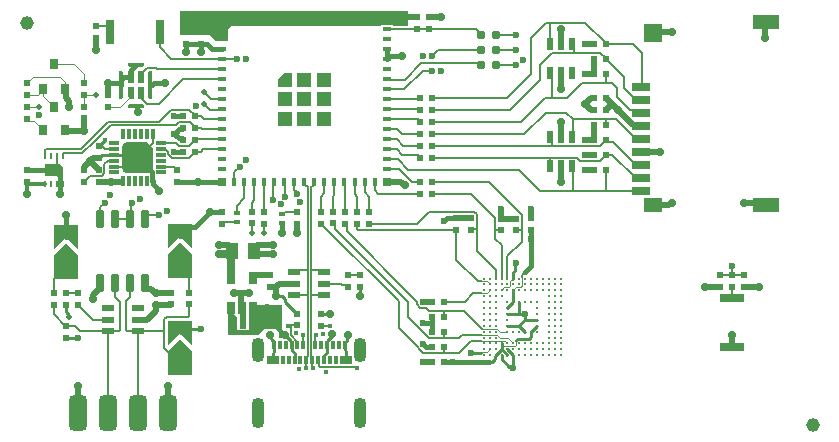
<source format=gtl>
G04*
G04 #@! TF.GenerationSoftware,Altium Limited,Altium Designer,22.9.1 (49)*
G04*
G04 Layer_Physical_Order=1*
G04 Layer_Color=255*
%FSLAX44Y44*%
%MOMM*%
G71*
G04*
G04 #@! TF.SameCoordinates,E336FFB1-1865-4BEF-82AD-0346AAED6B04*
G04*
G04*
G04 #@! TF.FilePolarity,Positive*
G04*
G01*
G75*
%ADD10C,0.2500*%
%ADD11C,0.2000*%
%ADD15C,0.2500*%
%ADD16R,2.2000X1.2000*%
%ADD17R,1.5000X1.6000*%
%ADD18R,1.5000X1.2000*%
%ADD19R,1.6000X0.7000*%
%ADD20R,1.0000X0.7000*%
%ADD21R,0.3000X0.7000*%
%ADD22R,1.0000X1.4000*%
%ADD23R,0.8000X2.0000*%
%ADD24R,2.0000X0.8000*%
%ADD25R,0.7000X0.9000*%
%ADD26R,1.1000X0.6000*%
%ADD27R,0.6000X1.1000*%
%ADD28R,1.2000X1.2000*%
%ADD29R,0.8000X0.4000*%
%ADD30R,0.8000X0.4000*%
%ADD31R,0.4000X0.8000*%
%ADD32R,0.8000X0.8000*%
G04:AMPARAMS|DCode=33|XSize=1.55mm|YSize=0.6mm|CornerRadius=0.075mm|HoleSize=0mm|Usage=FLASHONLY|Rotation=270.000|XOffset=0mm|YOffset=0mm|HoleType=Round|Shape=RoundedRectangle|*
%AMROUNDEDRECTD33*
21,1,1.5500,0.4500,0,0,270.0*
21,1,1.4000,0.6000,0,0,270.0*
1,1,0.1500,-0.2250,-0.7000*
1,1,0.1500,-0.2250,0.7000*
1,1,0.1500,0.2250,0.7000*
1,1,0.1500,0.2250,-0.7000*
%
%ADD33ROUNDEDRECTD33*%
%ADD34R,0.6000X0.4000*%
G04:AMPARAMS|DCode=35|XSize=0.35mm|YSize=0.85mm|CornerRadius=0.0438mm|HoleSize=0mm|Usage=FLASHONLY|Rotation=90.000|XOffset=0mm|YOffset=0mm|HoleType=Round|Shape=RoundedRectangle|*
%AMROUNDEDRECTD35*
21,1,0.3500,0.7625,0,0,90.0*
21,1,0.2625,0.8500,0,0,90.0*
1,1,0.0875,0.3813,0.1313*
1,1,0.0875,0.3813,-0.1313*
1,1,0.0875,-0.3813,-0.1313*
1,1,0.0875,-0.3813,0.1313*
%
%ADD35ROUNDEDRECTD35*%
G04:AMPARAMS|DCode=36|XSize=0.35mm|YSize=0.85mm|CornerRadius=0.0438mm|HoleSize=0mm|Usage=FLASHONLY|Rotation=0.000|XOffset=0mm|YOffset=0mm|HoleType=Round|Shape=RoundedRectangle|*
%AMROUNDEDRECTD36*
21,1,0.3500,0.7625,0,0,0.0*
21,1,0.2625,0.8500,0,0,0.0*
1,1,0.0875,0.1313,-0.3813*
1,1,0.0875,-0.1313,-0.3813*
1,1,0.0875,-0.1313,0.3813*
1,1,0.0875,0.1313,0.3813*
%
%ADD36ROUNDEDRECTD36*%
%ADD37R,0.6900X0.9900*%
%ADD38R,0.8000X0.9000*%
%ADD39R,0.2500X0.5500*%
%ADD40R,0.6000X0.5000*%
%ADD41R,0.5000X0.6000*%
%ADD42R,0.5000X0.5000*%
%ADD43R,0.5000X0.5000*%
G04:AMPARAMS|DCode=79|XSize=1.5mm|YSize=3mm|CornerRadius=0.375mm|HoleSize=0mm|Usage=FLASHONLY|Rotation=180.000|XOffset=0mm|YOffset=0mm|HoleType=Round|Shape=RoundedRectangle|*
%AMROUNDEDRECTD79*
21,1,1.5000,2.2500,0,0,180.0*
21,1,0.7500,3.0000,0,0,180.0*
1,1,0.7500,-0.3750,1.1250*
1,1,0.7500,0.3750,1.1250*
1,1,0.7500,0.3750,-1.1250*
1,1,0.7500,-0.3750,-1.1250*
%
%ADD79ROUNDEDRECTD79*%
%AMCUSTOMSHAPE80*
4,1,4,-0.2250,-0.4750,-0.2250,0.4750,0.2250,0.4750,0.2250,-0.4750,-0.2250,-0.4750,0.0*%
%ADD80CUSTOMSHAPE80*%

%AMCUSTOMSHAPE81*
4,1,6,-0.2250,-0.3260,-0.0830,-0.4750,0.2250,-0.4750,0.2250,0.4750,-0.2250,0.4750,-0.2250,0.4750,-0.2250,-0.3260,0.0*%
%ADD81CUSTOMSHAPE81*%

%AMCUSTOMSHAPE82*
4,1,8,0.0734,-1.1500,0.1738,-1.0496,0.1750,-1.0496,0.1750,1.0466,0.0733,1.1474,0.0733,1.1500,-0.1750,1.1500,-0.1750,-1.1500,0.0734,-1.1500,0.0*%
%ADD82CUSTOMSHAPE82*%

%AMCUSTOMSHAPE83*
4,1,7,0.6500,-0.0761,0.5489,-0.1772,0.5485,-0.1750,-0.5533,-0.1750,-0.6500,-0.0767,-0.6500,0.1750,0.6500,0.1750,0.6500,-0.0761,0.0*%
%ADD83CUSTOMSHAPE83*%

%AMCUSTOMSHAPE84*
4,1,8,-0.0734,-1.1500,-0.1738,-1.0496,-0.1750,-1.0496,-0.1750,1.0466,-0.0733,1.1474,-0.0733,1.1500,0.1750,1.1500,0.1750,-1.1500,-0.0734,-1.1500,0.0*%
%ADD84CUSTOMSHAPE84*%

%AMCUSTOMSHAPE85*
4,1,7,0.6500,0.0761,0.5489,0.1772,0.5485,0.1750,-0.5533,0.1750,-0.6500,0.0767,-0.6500,-0.1750,0.6500,-0.1750,0.6500,0.0761,0.0*%
%ADD85CUSTOMSHAPE85*%

%ADD86C,0.7870*%
%AMCUSTOMSHAPE87*
4,1,5,-1.0000,-1.0000,0.0000,0.0000,1.0000,-1.0000,1.0000,1.0000,-1.0000,1.0000,-1.0000,-1.0000,0.0*%
%ADD87CUSTOMSHAPE87*%

%AMCUSTOMSHAPE88*
4,1,6,-1.0000,1.0320,0.0000,2.0320,1.0000,1.0000,1.0000,-1.0000,-1.0000,-1.0000,-1.0000,-1.0000,-1.0000,1.0320,0.0*%
%ADD88CUSTOMSHAPE88*%

%AMCUSTOMSHAPE89*
4,1,5,-0.0010,0.6000,-0.6000,0.0010,-0.6000,-0.6000,0.6000,-0.6000,0.6000,0.6000,-0.0010,0.6000,0.0*%
%ADD89CUSTOMSHAPE89*%

%AMCUSTOMSHAPE90*
4,1,6,0.8000,0.2286,0.7874,0.2286,0.5080,0.5000,-0.8000,0.5000,-0.8000,-0.5000,0.8000,-0.5000,0.8000,0.2286,0.0*%
%ADD90CUSTOMSHAPE90*%

%ADD91C,0.1710*%
%ADD92C,0.3810*%
%ADD93C,0.2540*%
%ADD94C,0.5080*%
%ADD95C,0.1397*%
%ADD96C,0.1524*%
%ADD97C,0.1475*%
%ADD98C,0.0813*%
%ADD99C,0.4000*%
%ADD100C,0.2794*%
%ADD101C,0.1270*%
%ADD102C,0.3000*%
%ADD103C,0.6350*%
%ADD104C,0.0889*%
G04:AMPARAMS|DCode=105|XSize=1.1mm|YSize=2.1mm|CornerRadius=0.55mm|HoleSize=0mm|Usage=FLASHONLY|Rotation=0.000|XOffset=0mm|YOffset=0mm|HoleType=Round|Shape=RoundedRectangle|*
%AMROUNDEDRECTD105*
21,1,1.1000,1.0000,0,0,0.0*
21,1,0.0000,2.1000,0,0,0.0*
1,1,1.1000,0.0000,-0.5000*
1,1,1.1000,0.0000,-0.5000*
1,1,1.1000,0.0000,0.5000*
1,1,1.1000,0.0000,0.5000*
%
%ADD105ROUNDEDRECTD105*%
G04:AMPARAMS|DCode=106|XSize=1.1mm|YSize=2.6mm|CornerRadius=0.55mm|HoleSize=0mm|Usage=FLASHONLY|Rotation=0.000|XOffset=0mm|YOffset=0mm|HoleType=Round|Shape=RoundedRectangle|*
%AMROUNDEDRECTD106*
21,1,1.1000,1.5000,0,0,0.0*
21,1,0.0000,2.6000,0,0,0.0*
1,1,1.1000,0.0000,-0.7500*
1,1,1.1000,0.0000,-0.7500*
1,1,1.1000,0.0000,0.7500*
1,1,1.1000,0.0000,0.7500*
%
%ADD106ROUNDEDRECTD106*%
%ADD107C,1.1520*%
%ADD108C,0.5000*%
%ADD109C,0.4500*%
%ADD110C,0.7000*%
%ADD111C,0.6000*%
G36*
X236220Y101600D02*
X238760Y99060D01*
X241300D01*
Y94253D01*
X241187Y93980D01*
X233680D01*
Y99060D01*
X231140Y101600D01*
X220980D01*
X215900Y96520D01*
X190500D01*
Y121920D01*
X195580D01*
Y114300D01*
X198120Y111760D01*
Y99060D01*
X208280D01*
Y121920D01*
X236220D01*
Y101600D01*
D02*
G37*
G36*
X342900Y358140D02*
X330169D01*
Y358289D01*
X320391D01*
Y358140D01*
X193040D01*
X190500Y355600D01*
Y345440D01*
X180340D01*
X175260Y350520D01*
X149860D01*
Y370840D01*
X342900D01*
Y358140D01*
D02*
G37*
G36*
G01X121920Y259380D02*
G01X127300Y254000D01*
G01Y236630D01*
G02X124050Y233380I-3250J0D01*
G01X104550D01*
G02X101300Y236630I0J3250D01*
G01Y256130D01*
G02X104550Y259380I3250J0D01*
G01X121920D01*
D02*
G37*
D10*
X94550Y248880D02*
X111800D01*
X81280Y246460D02*
X83700Y248880D01*
X94550D01*
D11*
X45720Y238760D02*
Y247930D01*
X43180Y236220D02*
X45720Y238760D01*
X45680Y247970D02*
X45720Y247930D01*
D15*
X407280Y139060D02*
D03*
Y144060D02*
D03*
X412280Y139060D02*
D03*
Y144060D02*
D03*
X407280Y79060D02*
D03*
Y84060D02*
D03*
Y89060D02*
D03*
Y94060D02*
D03*
Y99060D02*
D03*
X412280Y79060D02*
D03*
Y84060D02*
D03*
Y89060D02*
D03*
Y94060D02*
D03*
Y99060D02*
D03*
Y104060D02*
D03*
X417280Y79060D02*
D03*
Y84060D02*
D03*
Y89060D02*
D03*
Y94060D02*
D03*
Y99060D02*
D03*
X422280Y79060D02*
D03*
Y84060D02*
D03*
Y89060D02*
D03*
X427280Y79060D02*
D03*
Y84060D02*
D03*
Y89060D02*
D03*
Y99060D02*
D03*
X432280Y79060D02*
D03*
Y84060D02*
D03*
Y89060D02*
D03*
Y99060D02*
D03*
X437280Y79060D02*
D03*
Y84060D02*
D03*
Y89060D02*
D03*
Y99060D02*
D03*
X442280D02*
D03*
X407280Y104060D02*
D03*
Y109060D02*
D03*
Y114060D02*
D03*
Y134060D02*
D03*
Y124060D02*
D03*
Y129060D02*
D03*
Y119060D02*
D03*
X412280Y129060D02*
D03*
Y109060D02*
D03*
Y119060D02*
D03*
Y134060D02*
D03*
Y114060D02*
D03*
X417280Y104060D02*
D03*
X427280D02*
D03*
X417280Y109060D02*
D03*
X427280D02*
D03*
X417280Y114060D02*
D03*
X427280D02*
D03*
X417280Y119060D02*
D03*
X427280D02*
D03*
X412280Y124060D02*
D03*
X417280D02*
D03*
X427280D02*
D03*
X432280D02*
D03*
X437280D02*
D03*
X417280Y134060D02*
D03*
Y129060D02*
D03*
X422280Y129060D02*
D03*
X432280Y134060D02*
D03*
X427280D02*
D03*
X442280D02*
D03*
X437280D02*
D03*
X422280D02*
D03*
X417280Y139060D02*
D03*
X422280D02*
D03*
X432280D02*
D03*
X427280D02*
D03*
X437280D02*
D03*
X417280Y144060D02*
D03*
X432280D02*
D03*
X427280D02*
D03*
X442280D02*
D03*
X422280D02*
D03*
X437280D02*
D03*
X442280Y84060D02*
D03*
Y89060D02*
D03*
Y79060D02*
D03*
X447280Y84060D02*
D03*
Y89060D02*
D03*
Y79060D02*
D03*
Y99060D02*
D03*
X452280Y84060D02*
D03*
Y89060D02*
D03*
Y79060D02*
D03*
Y99060D02*
D03*
Y104060D02*
D03*
X457280Y89060D02*
D03*
Y84060D02*
D03*
Y79060D02*
D03*
X462280Y84060D02*
D03*
Y94060D02*
D03*
Y89060D02*
D03*
Y79060D02*
D03*
Y99060D02*
D03*
Y104060D02*
D03*
X467280Y84060D02*
D03*
Y89060D02*
D03*
Y94060D02*
D03*
Y79060D02*
D03*
Y99060D02*
D03*
Y104060D02*
D03*
X472280Y84060D02*
D03*
Y79060D02*
D03*
Y89060D02*
D03*
Y94060D02*
D03*
Y99060D02*
D03*
X442280Y124060D02*
D03*
Y139060D02*
D03*
X447280Y124060D02*
D03*
Y134060D02*
D03*
Y139060D02*
D03*
Y144060D02*
D03*
X452280Y109060D02*
D03*
Y114060D02*
D03*
Y119060D02*
D03*
Y124060D02*
D03*
Y139060D02*
D03*
Y134060D02*
D03*
Y144060D02*
D03*
X457280Y139060D02*
D03*
Y134060D02*
D03*
Y144060D02*
D03*
X472280Y104060D02*
D03*
X462280Y109060D02*
D03*
X467280D02*
D03*
X472280D02*
D03*
X462280Y114060D02*
D03*
X467280D02*
D03*
X472280D02*
D03*
X462280Y119060D02*
D03*
X467280D02*
D03*
X472280D02*
D03*
X462280Y124060D02*
D03*
X467280D02*
D03*
X472280D02*
D03*
X462280Y129060D02*
D03*
X467280D02*
D03*
X472280D02*
D03*
X462280Y134060D02*
D03*
X467280D02*
D03*
X472280D02*
D03*
X462280Y139060D02*
D03*
X467280D02*
D03*
X472280D02*
D03*
X462280Y144060D02*
D03*
X467280D02*
D03*
X472280D02*
D03*
D16*
X646240Y361320D02*
D03*
Y206320D02*
D03*
D17*
X550240Y352320D02*
D03*
D18*
Y206320D02*
D03*
D19*
X540240Y229320D02*
D03*
Y240320D02*
D03*
Y251320D02*
D03*
Y262320D02*
D03*
Y273320D02*
D03*
Y284320D02*
D03*
Y295320D02*
D03*
Y306320D02*
D03*
Y218320D02*
D03*
D20*
X290480Y74840D02*
D03*
X228480D02*
D03*
D21*
X236980D02*
D03*
X241980D02*
D03*
X246980D02*
D03*
X251980D02*
D03*
X256980D02*
D03*
X261980D02*
D03*
X266980D02*
D03*
X271980D02*
D03*
X276980D02*
D03*
X281980D02*
D03*
X289480Y87840D02*
D03*
X284480D02*
D03*
X279480D02*
D03*
X274480D02*
D03*
X269480D02*
D03*
X264480D02*
D03*
X254480D02*
D03*
X249480D02*
D03*
X244480D02*
D03*
X239480D02*
D03*
X234480D02*
D03*
X229480D02*
D03*
D22*
X212700Y167640D02*
D03*
X193700D02*
D03*
D23*
X90760Y353060D02*
D03*
X132760D02*
D03*
D24*
X617220Y85680D02*
D03*
Y127680D02*
D03*
D25*
X43180Y325460D02*
D03*
X52680Y304460D02*
D03*
X33680D02*
D03*
D26*
X246580Y149200D02*
D03*
Y139700D02*
D03*
Y130200D02*
D03*
X271580Y149200D02*
D03*
Y139700D02*
D03*
Y130200D02*
D03*
X114100Y99720D02*
D03*
Y109220D02*
D03*
Y118720D02*
D03*
X89100Y99720D02*
D03*
Y109220D02*
D03*
Y118720D02*
D03*
D27*
X462940Y317700D02*
D03*
X472440D02*
D03*
X481940D02*
D03*
X462940Y342700D02*
D03*
X472440D02*
D03*
X481940D02*
D03*
X462940Y238960D02*
D03*
X472440D02*
D03*
X481940D02*
D03*
X462940Y263960D02*
D03*
X472440D02*
D03*
X481940D02*
D03*
D28*
X255280Y312400D02*
D03*
X238780Y295900D02*
D03*
Y279400D02*
D03*
X255280D02*
D03*
X271780D02*
D03*
Y295900D02*
D03*
Y312400D02*
D03*
X255280Y295900D02*
D03*
D29*
X325280Y304400D02*
D03*
Y261900D02*
D03*
Y287400D02*
D03*
Y236400D02*
D03*
Y244900D02*
D03*
Y253400D02*
D03*
Y270400D02*
D03*
Y278900D02*
D03*
Y295900D02*
D03*
Y312900D02*
D03*
Y321400D02*
D03*
Y329900D02*
D03*
Y338400D02*
D03*
Y346900D02*
D03*
Y355400D02*
D03*
D30*
X185280D02*
D03*
Y346900D02*
D03*
Y338400D02*
D03*
Y329900D02*
D03*
Y321400D02*
D03*
Y312900D02*
D03*
Y304400D02*
D03*
Y295900D02*
D03*
Y287400D02*
D03*
Y278900D02*
D03*
Y270400D02*
D03*
Y261900D02*
D03*
Y253400D02*
D03*
Y244900D02*
D03*
Y236400D02*
D03*
D31*
X195780Y225900D02*
D03*
X314780Y365900D02*
D03*
X306280D02*
D03*
X297780D02*
D03*
X289280D02*
D03*
X280780D02*
D03*
X272280D02*
D03*
X263780D02*
D03*
X255280D02*
D03*
X246780D02*
D03*
X238280D02*
D03*
X229780D02*
D03*
X221280D02*
D03*
X204280D02*
D03*
X195780D02*
D03*
X212780D02*
D03*
X204280Y225900D02*
D03*
X306280D02*
D03*
X314780D02*
D03*
X289280D02*
D03*
X297780D02*
D03*
X272280D02*
D03*
X255280D02*
D03*
X263780D02*
D03*
X238280D02*
D03*
X246780D02*
D03*
X221280D02*
D03*
X229780D02*
D03*
X212780D02*
D03*
X280780D02*
D03*
D32*
X185280Y365900D02*
D03*
Y225900D02*
D03*
X325280D02*
D03*
Y365900D02*
D03*
D33*
X82550Y140640D02*
D03*
X95250D02*
D03*
X107950D02*
D03*
X120650D02*
D03*
X82550Y194640D02*
D03*
X95250D02*
D03*
X107950D02*
D03*
X120650D02*
D03*
D34*
X198120Y191580D02*
D03*
Y199580D02*
D03*
X236220Y198818D02*
D03*
Y190818D02*
D03*
D35*
X134030Y258880D02*
D03*
Y253880D02*
D03*
Y248880D02*
D03*
Y243880D02*
D03*
Y238880D02*
D03*
Y233880D02*
D03*
X94550D02*
D03*
Y238880D02*
D03*
Y243880D02*
D03*
Y248880D02*
D03*
Y253880D02*
D03*
Y258880D02*
D03*
D36*
X126800Y226630D02*
D03*
X121800D02*
D03*
X116800D02*
D03*
X111800D02*
D03*
X106800D02*
D03*
X101800D02*
D03*
Y266130D02*
D03*
X106800D02*
D03*
X111800D02*
D03*
X116800D02*
D03*
X121800D02*
D03*
X126800D02*
D03*
D37*
X212040Y144780D02*
D03*
X193040D02*
D03*
X212040Y118880D02*
D03*
X202540D02*
D03*
X193040D02*
D03*
D38*
X52680Y269400D02*
D03*
X33680D02*
D03*
X43180Y289400D02*
D03*
D39*
X50680Y224470D02*
D03*
X45680D02*
D03*
X40680D02*
D03*
X35680D02*
D03*
Y247970D02*
D03*
X40680D02*
D03*
X45680D02*
D03*
X50680D02*
D03*
D40*
X360680Y355680D02*
D03*
Y365680D02*
D03*
X627380Y147240D02*
D03*
Y137240D02*
D03*
X617220Y137160D02*
D03*
Y147160D02*
D03*
X78740Y348060D02*
D03*
Y358060D02*
D03*
X185420Y200580D02*
D03*
Y190580D02*
D03*
X248920D02*
D03*
Y200580D02*
D03*
X20320Y299800D02*
D03*
Y309800D02*
D03*
Y289400D02*
D03*
Y279400D02*
D03*
X68580Y299800D02*
D03*
Y309800D02*
D03*
Y279560D02*
D03*
Y289560D02*
D03*
X302260Y147240D02*
D03*
Y137240D02*
D03*
X292100D02*
D03*
Y147240D02*
D03*
X210820Y190660D02*
D03*
Y200660D02*
D03*
X220980Y190580D02*
D03*
Y200580D02*
D03*
X269240Y114220D02*
D03*
Y104220D02*
D03*
X248920Y114300D02*
D03*
Y104300D02*
D03*
X383540Y185500D02*
D03*
Y195500D02*
D03*
X434660Y184860D02*
D03*
Y194860D02*
D03*
X421960Y184860D02*
D03*
Y194860D02*
D03*
X396240Y185500D02*
D03*
Y195500D02*
D03*
X53340Y131920D02*
D03*
Y121920D02*
D03*
X63500Y122000D02*
D03*
Y132000D02*
D03*
X43180Y122000D02*
D03*
Y132000D02*
D03*
X53340Y94060D02*
D03*
Y104060D02*
D03*
X157480Y132080D02*
D03*
Y122080D02*
D03*
X299720Y190580D02*
D03*
Y200580D02*
D03*
X309880Y190580D02*
D03*
Y200580D02*
D03*
X269240Y190580D02*
D03*
Y200580D02*
D03*
X279400Y190660D02*
D03*
Y200660D02*
D03*
X289560Y190580D02*
D03*
Y200580D02*
D03*
D41*
X162480Y281940D02*
D03*
X152480D02*
D03*
X162480Y271780D02*
D03*
X152480D02*
D03*
X162400Y261620D02*
D03*
X152400D02*
D03*
X162480Y251460D02*
D03*
X152480D02*
D03*
X510460Y342900D02*
D03*
X500460D02*
D03*
X510460Y330200D02*
D03*
X500460D02*
D03*
X510460Y317500D02*
D03*
X500460D02*
D03*
X510460Y274320D02*
D03*
X500460D02*
D03*
X510460Y261620D02*
D03*
X500460D02*
D03*
X510460Y248920D02*
D03*
X500460D02*
D03*
X510460Y236220D02*
D03*
X500460D02*
D03*
X363140Y297180D02*
D03*
X353140D02*
D03*
X363140Y287020D02*
D03*
X353140D02*
D03*
X363140Y276860D02*
D03*
X353140D02*
D03*
X363140Y266700D02*
D03*
X353140D02*
D03*
X363140Y256540D02*
D03*
X353140D02*
D03*
X363140Y246380D02*
D03*
X353140D02*
D03*
X363300Y111760D02*
D03*
X373300D02*
D03*
X363300Y86360D02*
D03*
X373300D02*
D03*
Y99060D02*
D03*
X363300D02*
D03*
X363060Y226060D02*
D03*
X353060D02*
D03*
X363140Y215900D02*
D03*
X353140D02*
D03*
D42*
X167640Y352980D02*
D03*
Y342980D02*
D03*
X350520Y355680D02*
D03*
Y365680D02*
D03*
X154940Y352980D02*
D03*
Y342980D02*
D03*
X607060Y147240D02*
D03*
Y137240D02*
D03*
X226060Y147240D02*
D03*
Y137240D02*
D03*
X447040Y185500D02*
D03*
Y195500D02*
D03*
X88900Y289640D02*
D03*
Y299640D02*
D03*
X147320Y226140D02*
D03*
Y236140D02*
D03*
X20320Y226140D02*
D03*
Y236140D02*
D03*
X81280Y246460D02*
D03*
Y256460D02*
D03*
Y226140D02*
D03*
Y236140D02*
D03*
X68580Y226140D02*
D03*
Y236140D02*
D03*
X142240Y122080D02*
D03*
Y132080D02*
D03*
D43*
X193120Y104140D02*
D03*
X203120D02*
D03*
X510460Y287020D02*
D03*
X500460D02*
D03*
X510460Y297180D02*
D03*
X500460D02*
D03*
X373300Y73660D02*
D03*
X363300D02*
D03*
X373300Y124460D02*
D03*
X363300D02*
D03*
D79*
X63500Y30480D02*
D03*
X88900D02*
D03*
X114300D02*
D03*
X139700D02*
D03*
D80*
X108340Y314490D02*
D03*
X116840D02*
D03*
Y300990D02*
D03*
D81*
X108340D02*
D03*
D82*
X100340Y307740D02*
D03*
D83*
X112590Y324990D02*
D03*
D84*
X124840Y307740D02*
D03*
D85*
X112590Y290490D02*
D03*
D86*
X405130Y337820D02*
D03*
Y350520D02*
D03*
Y325120D02*
D03*
X417830D02*
D03*
Y337820D02*
D03*
Y350520D02*
D03*
D87*
X53340Y179070D02*
D03*
X149860Y97790D02*
D03*
Y180340D02*
D03*
D88*
X53340Y153670D02*
D03*
X149860Y72390D02*
D03*
Y154940D02*
D03*
D89*
X238780Y312400D02*
D03*
D90*
X43180Y236220D02*
D03*
D91*
X238982Y200580D02*
X248920D01*
X237220Y198818D02*
X238982Y200580D01*
X236220Y198818D02*
X237220D01*
X82654Y255086D02*
X85114D01*
X86320Y253880D02*
X94550D01*
X81280Y256460D02*
X82654Y255086D01*
X85114D02*
X86320Y253880D01*
X353609Y83775D02*
X356104Y81280D01*
X350475Y86777D02*
X353477Y83775D01*
X350475Y86777D02*
Y86909D01*
X335280Y102104D02*
X345440Y91944D01*
X353477Y83775D02*
X353609D01*
X345440Y91944D02*
X350475Y86909D01*
X335280Y102104D02*
Y125040D01*
X269740Y190580D02*
X335280Y125040D01*
X345440Y109085D02*
X359132Y95393D01*
X360133Y94392D02*
X360545Y93980D01*
X359132Y95369D02*
X360109Y94392D01*
X360133D01*
X359132Y95369D02*
Y95393D01*
X342900Y111625D02*
X345440Y109085D01*
X281638Y185722D02*
X342900Y124460D01*
Y111625D02*
Y124460D01*
X291003Y183977D02*
X345440Y129540D01*
X350475Y124505D01*
X291003Y183977D02*
Y189137D01*
X350475Y122337D02*
Y124505D01*
X289560Y190580D02*
X291003Y189137D01*
X358185Y119335D02*
X360680Y116840D01*
X353477Y119335D02*
X358185D01*
X350475Y122337D02*
X353477Y119335D01*
X360680Y116840D02*
X373300D01*
X317500Y215900D02*
X353140D01*
X314780Y218620D02*
X317500Y215900D01*
X488454Y243840D02*
X490592D01*
X490637Y243795D02*
X494883D01*
X494928Y243840D02*
X505880D01*
X490592D02*
X490637Y243795D01*
X494883D02*
X494928Y243840D01*
X490592Y256540D02*
X490637Y256495D01*
X494883D01*
X494928Y256540D02*
X505880D01*
X465178D02*
X490592D01*
X494883Y256495D02*
X494928Y256540D01*
X503775Y278971D02*
X510540D01*
X497238Y279064D02*
X503682D01*
X503775Y278971D01*
X497145D02*
X497238Y279064D01*
X482543Y278971D02*
X497145D01*
X462940Y360680D02*
X470017D01*
X474770Y360773D02*
X474863Y360680D01*
X462280D02*
X462940D01*
X470110Y360773D02*
X474770D01*
X474863Y360680D02*
X493180D01*
X470017D02*
X470110Y360773D01*
X429260Y208280D02*
X439420Y198120D01*
X411480Y226060D02*
X429260Y208280D01*
X363060Y226060D02*
X411480D01*
X439420Y184860D02*
Y198120D01*
X398938Y200660D02*
X401320Y198279D01*
Y186393D02*
Y198279D01*
X360572Y200660D02*
X398938D01*
X350491Y190580D02*
X360572Y200660D01*
X143224Y246169D02*
X157689D01*
X162480Y250960D01*
X134030Y253880D02*
X134925Y252985D01*
X149268Y256540D02*
X157820D01*
X146928Y258880D02*
X149268Y256540D01*
X157820D02*
X162400Y261120D01*
X83746Y231140D02*
X85896Y233290D01*
Y240836D01*
X94510Y243840D02*
X94550Y243880D01*
X85896Y240836D02*
X88900Y243840D01*
X94510D01*
X73580Y231140D02*
X83746D01*
X68580Y226140D02*
X73580Y231140D01*
X88900Y276860D02*
X90670D01*
X132139Y276919D02*
X142240Y287020D01*
X90729Y276919D02*
X132139D01*
X90670Y276860D02*
X90729Y276919D01*
X66040Y254000D02*
X88900Y276860D01*
X91805Y274320D02*
X147054D01*
X149258Y276524D01*
X158236D02*
X162480Y272280D01*
X78189Y260704D02*
X91805Y274320D01*
X149258Y276524D02*
X158236D01*
X78058Y260704D02*
X78189D01*
X77036Y259551D02*
Y259682D01*
X78058Y260704D01*
X67443Y249958D02*
X77036Y259551D01*
X157900Y287020D02*
X162480Y282440D01*
X142240Y287020D02*
X142612D01*
X146948D02*
X157900D01*
X142657Y287065D02*
X146903D01*
X146948Y287020D01*
X142612D02*
X142657Y287065D01*
X132760Y339680D02*
X142540Y329900D01*
X185280D01*
X386080Y81280D02*
X396240Y91440D01*
X373300Y81280D02*
X386080D01*
Y93980D02*
X388724Y96624D01*
X373300Y93980D02*
X386080D01*
X439780Y146617D02*
X441960Y148797D01*
Y149860D01*
X427280Y144060D02*
Y163120D01*
X439420Y175260D01*
Y184860D01*
X373300Y116840D02*
X390505D01*
X403585Y103760D02*
Y103760D01*
X390505Y116840D02*
X403585Y103760D01*
X391160Y124460D02*
X398237Y131537D01*
X373300Y124460D02*
X391160D01*
X417280Y144060D02*
Y151680D01*
X422280Y144060D02*
Y172080D01*
X416716Y177644D02*
Y184860D01*
Y177644D02*
X422280Y172080D01*
X401320Y167640D02*
Y186393D01*
Y167640D02*
X417280Y151680D01*
X383540Y160020D02*
X401969Y141591D01*
X292100Y147240D02*
X302260D01*
X286600Y139700D02*
X287322Y138978D01*
X290362D01*
X292100Y137240D01*
X271580Y139700D02*
X286600D01*
X434660Y184860D02*
X439420D01*
X396240Y215900D02*
X416716Y195424D01*
X363140Y215900D02*
X396240D01*
X416716Y184860D02*
Y195424D01*
Y184860D02*
X421960D01*
X335869Y236400D02*
X346209Y226060D01*
X353060D01*
X314780Y218620D02*
Y225900D01*
X325280Y236400D02*
X335869D01*
X396240Y185500D02*
X397133Y186393D01*
X401320D01*
X309880Y190580D02*
X350491D01*
X309880Y200580D02*
Y213360D01*
X306280Y216960D02*
X309880Y213360D01*
X306280Y216960D02*
Y225900D01*
X383540Y160020D02*
Y185500D01*
X300613Y185420D02*
X383460D01*
X299720Y186313D02*
X300613Y185420D01*
X299720Y186313D02*
Y190580D01*
X383460Y185420D02*
X383540Y185500D01*
X299720Y200580D02*
Y213360D01*
X297780Y215300D02*
X299720Y213360D01*
X297780Y215300D02*
Y225900D01*
X360545Y93980D02*
X373300D01*
Y99060D01*
X356104Y81280D02*
X373300D01*
Y86360D01*
X269240Y190580D02*
X269740D01*
X279900Y190660D02*
X281638Y188922D01*
X279400Y190660D02*
X279900D01*
X281638Y185722D02*
Y188922D01*
X269240Y200580D02*
Y213360D01*
X272280Y216400D02*
Y225900D01*
X269240Y213360D02*
X272280Y216400D01*
X280780Y214740D02*
Y225900D01*
X279400Y213360D02*
X280780Y214740D01*
X279400Y200660D02*
Y213360D01*
X289560Y200580D02*
Y225620D01*
X289280Y225900D02*
X289560Y225620D01*
X373300Y111760D02*
Y116508D01*
X334220Y244900D02*
X342900Y236220D01*
X436880D01*
X325280Y244900D02*
X334220D01*
X195780Y233880D02*
X200660Y238760D01*
X195780Y225900D02*
Y233880D01*
X617220Y147240D02*
X627380D01*
X607060D02*
X617220D01*
Y154940D01*
X120650Y195882D02*
X122888Y198120D01*
X132080D01*
X120650Y194640D02*
Y195882D01*
X95250Y194640D02*
X107950D01*
X108585Y195275D01*
Y207645D01*
X109220Y208280D01*
X82550Y204470D02*
X86360Y208280D01*
X82550Y194640D02*
Y204470D01*
X246780Y219251D02*
X248920Y217111D01*
Y215900D02*
Y217111D01*
X246780Y219251D02*
Y225900D01*
X238520Y213600D02*
Y225660D01*
X238280Y225900D02*
X238520Y225660D01*
Y213600D02*
X238760Y213360D01*
X229190Y225310D02*
X229780Y225900D01*
X229190Y211410D02*
Y225310D01*
X228600Y210820D02*
X229190Y211410D01*
X94550Y238880D02*
X106800D01*
X114300Y246380D01*
X126800Y258880D01*
Y266130D01*
X111800Y248880D02*
X114300Y246380D01*
X197970Y330050D02*
X198120Y330200D01*
X185430Y330050D02*
X197970D01*
X185280Y329900D02*
X185430Y330050D01*
X176540Y295900D02*
X185280D01*
X170180Y302260D02*
X176540Y295900D01*
X175260Y287020D02*
X184900D01*
X185280Y287400D01*
X170180Y292100D02*
X175260Y287020D01*
X510540Y309880D02*
X515620D01*
X490220D02*
X510540D01*
X520187Y297693D02*
Y305313D01*
X515620Y309880D02*
X520187Y305313D01*
X510540Y310244D02*
Y316920D01*
X477520Y297180D02*
X490220Y309880D01*
X510540Y218320D02*
X540240D01*
X482600D02*
X510540D01*
X510460Y218400D02*
X510540Y218320D01*
X454780D02*
X482600D01*
Y238300D01*
X481940Y263960D02*
X482543Y264563D01*
Y278971D01*
X477034Y284480D02*
X482543Y278971D01*
X460055Y284480D02*
X477034D01*
X464820Y297180D02*
Y315820D01*
Y297180D02*
X477520D01*
X458847D02*
X464820D01*
X441588Y266013D02*
X460055Y284480D01*
X493180Y360680D02*
X510460Y343400D01*
X459740Y360680D02*
X462280D01*
X462940Y360020D01*
X447040Y347980D02*
X459740Y360680D01*
X438527Y276860D02*
X458847Y297180D01*
X645160Y360240D02*
X646240Y361320D01*
X136694Y109685D02*
X138769Y111760D01*
X136694Y99060D02*
Y109685D01*
Y85555D02*
Y99060D01*
X136034Y99720D02*
X136694Y99060D01*
X114100Y99720D02*
X136034D01*
X136694Y85555D02*
X149860Y72390D01*
X138769Y111760D02*
X156587D01*
X157480Y112653D01*
Y122080D01*
X149860Y154940D02*
X157480Y147320D01*
Y132080D02*
Y147320D01*
X53340Y131920D02*
X63420D01*
X63500Y132000D01*
X43180D02*
Y143510D01*
X53340Y153670D01*
X52840Y104060D02*
X53340D01*
X43180Y113720D02*
Y122000D01*
Y113720D02*
X52840Y104060D01*
X53340D02*
X53420Y104140D01*
X60960D01*
X65380Y99720D01*
X89100D01*
X76780Y109220D02*
X89100D01*
X64000Y122000D02*
X76780Y109220D01*
X63500Y122000D02*
X64000D01*
X98167Y99853D02*
X99060Y100746D01*
Y124460D01*
X89233Y99853D02*
X98167D01*
X89100Y99720D02*
X89233Y99853D01*
X95250Y128270D02*
X99060Y124460D01*
X89100Y30680D02*
Y99720D01*
X104140Y100613D02*
X105033Y99720D01*
X114100D01*
X107950Y128421D02*
Y140640D01*
X104140Y124611D02*
X107950Y128421D01*
X104140Y100613D02*
Y124611D01*
X95250Y128270D02*
Y140640D01*
X114100Y99720D02*
X114300Y99520D01*
Y30480D02*
Y99520D01*
X88900Y30480D02*
X89100Y30680D01*
X198120Y199580D02*
Y205740D01*
X204280Y211900D01*
Y225900D01*
X186420Y191580D02*
X198120D01*
X185420Y190580D02*
X186420Y191580D01*
X617220Y127680D02*
Y137160D01*
X87522Y358060D02*
X90760Y354822D01*
X78740Y358060D02*
X87522D01*
X90760Y353060D02*
Y354822D01*
X132760Y339680D02*
Y353060D01*
X132080Y292100D02*
X152880Y312900D01*
X185280D01*
X121920Y292100D02*
X132080D01*
X116840Y297180D02*
X121920Y292100D01*
X116840Y297180D02*
Y300990D01*
X130720Y321400D02*
X185280D01*
X129540Y322580D02*
X130720Y321400D01*
X121920Y322580D02*
X129540D01*
X116840Y314490D02*
Y317500D01*
X121920Y322580D01*
X36453Y254000D02*
X66040D01*
X35560Y253107D02*
X36453Y254000D01*
X35560Y248090D02*
X35680Y247970D01*
X35560Y248090D02*
Y253107D01*
X162480Y281940D02*
Y282440D01*
Y271780D02*
Y272280D01*
X51168Y249958D02*
X67443D01*
X50680Y249470D02*
X51168Y249958D01*
X50680Y247970D02*
Y249470D01*
X169020Y270400D02*
X185280D01*
X162480Y271780D02*
X167640D01*
X169020Y270400D01*
X162480Y281940D02*
X167640D01*
X170680Y278900D02*
X185280D01*
X167640Y281940D02*
X170680Y278900D01*
X144580Y238880D02*
X147320Y236140D01*
X134030Y238880D02*
X144580D01*
X162480Y250960D02*
Y251460D01*
X134030Y258880D02*
X146928D01*
X162400Y261120D02*
Y261620D01*
X162680Y261900D01*
X185280D01*
X162480Y251460D02*
X167640D01*
X169580Y253400D02*
X185280D01*
X167640Y251460D02*
X169580Y253400D01*
X436880Y236220D02*
X454780Y218320D01*
X505880Y256540D02*
X510460Y261120D01*
X363140Y256540D02*
X465178D01*
Y261722D01*
X363140Y246380D02*
X462940D01*
Y238960D02*
Y246380D01*
X485914D01*
X488454Y243840D01*
X462940Y263960D02*
X465178Y261722D01*
X481940Y238960D02*
X482600Y238300D01*
X510460Y218400D02*
Y236220D01*
X510460Y317000D02*
X510540Y316920D01*
X525780Y305280D02*
X535740Y295320D01*
X510460Y329700D02*
X525780Y314380D01*
Y305280D02*
Y314380D01*
X531058Y286822D02*
X537738D01*
X520187Y297693D02*
X531058Y286822D01*
X537738D02*
X540240Y284320D01*
X541020Y307100D02*
Y335280D01*
X540240Y306320D02*
X541020Y307100D01*
X510460Y342900D02*
X533400D01*
X541020Y335280D01*
X535740Y240320D02*
X540240D01*
X516678Y259382D02*
X535740Y240320D01*
X512198Y259382D02*
X516678D01*
X510460Y261120D02*
X512198Y259382D01*
X535740Y229320D02*
X540240D01*
X516140Y248920D02*
X535740Y229320D01*
X510460Y248920D02*
X516140D01*
X510540Y278971D02*
X519089D01*
X535740Y262320D01*
X540240D01*
X535740Y295320D02*
X540240D01*
X510540Y274400D02*
Y278971D01*
X510460Y274320D02*
X510540Y274400D01*
X363140Y276860D02*
X438527D01*
X426720Y297180D02*
X447040Y317500D01*
X363140Y297180D02*
X426720D01*
X447040Y317500D02*
Y347980D01*
X454660Y312420D02*
Y325120D01*
X464820Y335280D02*
X483493D01*
X454660Y325120D02*
X464820Y335280D01*
X429260Y287020D02*
X454660Y312420D01*
X363140Y287020D02*
X429260D01*
X363827Y266013D02*
X441588D01*
X363140Y266700D02*
X363827Y266013D01*
X510460Y329700D02*
Y330700D01*
X325280Y355400D02*
X350520D01*
X354274Y326334D02*
X403916D01*
X340360Y312420D02*
X354274Y326334D01*
X403916D02*
X405130Y325120D01*
X363220Y332740D02*
X368300Y337820D01*
X405130D01*
X325760Y312420D02*
X340360D01*
X325280Y312900D02*
X325760Y312420D01*
X360680Y355400D02*
X400250D01*
X405130Y350520D01*
X360680Y355400D02*
Y355680D01*
X350520Y355400D02*
Y355680D01*
Y355400D02*
X360680D01*
X417830Y325120D02*
X434340D01*
X417830Y350520D02*
X434340D01*
X417830Y337820D02*
X434340D01*
X221280Y200880D02*
Y225900D01*
X220980Y200580D02*
X221280Y200880D01*
X210820Y200660D02*
Y208280D01*
X212780Y210240D02*
Y225900D01*
X210820Y208280D02*
X212780Y210240D01*
X355600Y320040D02*
X363220D01*
X339960Y304400D02*
X355600Y320040D01*
X325280Y304400D02*
X339960D01*
X325280Y253400D02*
X333340D01*
X337820Y248920D02*
X350509D01*
X333340Y253400D02*
X337820Y248920D01*
X325280Y270400D02*
X334120D01*
X337820Y266700D02*
X353140D01*
X334120Y270400D02*
X337820Y266700D01*
X338927Y256540D02*
X353140D01*
X333567Y261900D02*
X338927Y256540D01*
X353140Y246380D02*
Y246880D01*
X350811Y248618D02*
X351402D01*
X350509Y248920D02*
X350811Y248618D01*
X351402D02*
X353140Y246880D01*
X325280Y261900D02*
X333567D01*
X325280Y278900D02*
X351402D01*
X353140Y276860D02*
Y277162D01*
X351402Y278900D02*
X353140Y277162D01*
X325280Y287400D02*
X352760D01*
X353140Y287020D01*
X325280Y295900D02*
X351860D01*
X353140Y297180D01*
X505880Y335280D02*
X510460Y330700D01*
X483493Y335280D02*
X505880D01*
X483493D02*
Y341147D01*
X462940Y317700D02*
X464820Y315820D01*
X481940Y342700D02*
X483493Y341147D01*
X462940Y342700D02*
Y360020D01*
X510460Y261120D02*
Y261620D01*
Y248420D02*
Y248920D01*
X505880Y243840D02*
X510460Y248420D01*
D92*
X236220Y182880D02*
Y190818D01*
X325280Y334150D02*
Y338400D01*
Y329900D02*
Y334150D01*
X326690Y332740D01*
X337820D01*
X126955Y224285D02*
X132080Y219160D01*
Y218440D02*
Y219160D01*
X20320Y236140D02*
X20400Y236220D01*
X43180D01*
X48260Y215900D02*
Y231140D01*
X43180Y236220D02*
X48260Y231140D01*
X53340Y179070D02*
Y198120D01*
X162560Y187960D02*
X175260Y200660D01*
X149860Y180340D02*
X157480Y187960D01*
X162560D01*
X175300Y200620D02*
X185380D01*
X175260Y200660D02*
X175300Y200620D01*
X185380D02*
X185420Y200580D01*
X185200Y225980D02*
X185280Y225900D01*
X165180Y225980D02*
X185200D01*
X165100Y226060D02*
X165180Y225980D01*
X165060Y226100D02*
X165100Y226060D01*
X147320Y226140D02*
X147360Y226100D01*
X165060D01*
X126645Y226785D02*
X126800Y226630D01*
X126645Y226785D02*
Y234035D01*
X114300Y246380D02*
X126645Y234035D01*
X112590Y290490D02*
X113690Y289390D01*
Y285542D02*
Y289390D01*
Y285542D02*
X114300Y284932D01*
X126537Y307740D02*
X128066Y309270D01*
X136550D02*
X137160Y309880D01*
X124840Y307740D02*
X126537D01*
X128066Y309270D02*
X136550D01*
X100340Y307740D02*
Y312258D01*
X102572Y314490D01*
X108340D01*
Y320740D02*
X112590Y324990D01*
X108340Y314490D02*
Y320740D01*
X88900Y309880D02*
X98200D01*
X100340Y307740D01*
X151805Y262715D02*
X152400Y262120D01*
X144780Y266700D02*
X148765Y262715D01*
X152400Y261620D02*
Y262120D01*
X148765Y262715D02*
X151805D01*
X151885Y270685D02*
X152480Y271280D01*
X149358Y270685D02*
X151885D01*
X145373Y266700D02*
X149358Y270685D01*
X152480Y271280D02*
Y271780D01*
X144953Y251467D02*
X152473D01*
X144946Y251474D02*
X144953Y251467D01*
X152473D02*
X152480Y251460D01*
X144780Y281940D02*
X152480D01*
X172640Y342980D02*
X177220Y338400D01*
X167640Y342980D02*
X172640D01*
X177220Y338400D02*
X185280D01*
X154940Y342980D02*
X167640D01*
Y335732D02*
Y342980D01*
X154940Y335732D02*
Y342980D01*
D93*
X53340Y115507D02*
Y121920D01*
X55880Y111760D02*
Y112967D01*
X53340Y115507D02*
X55880Y112967D01*
X81360Y256540D02*
X86360Y261540D01*
Y261620D01*
X396240Y81280D02*
X404787D01*
X411480Y73660D02*
X414020D01*
X416560Y76200D01*
Y78340D01*
X417280Y79060D01*
X422280Y75560D02*
Y79060D01*
Y75560D02*
X428598Y69242D01*
X431138D01*
X431800Y68580D01*
X422280Y86560D02*
Y89060D01*
Y84060D02*
Y86560D01*
X434477Y91577D02*
X435632Y92732D01*
X445792D01*
X447280Y94220D02*
Y99060D01*
X445792Y92732D02*
X447280Y94220D01*
Y99060D02*
X452280Y104060D01*
X432280Y69060D02*
Y79060D01*
X431800Y68580D02*
X432280Y69060D01*
X441960Y109060D02*
X452280D01*
X437280Y104380D02*
X441960Y109060D01*
X437280Y104060D02*
Y104380D01*
Y104060D02*
X442280Y99060D01*
X441720Y114060D02*
X441960Y114300D01*
X437280Y114060D02*
X441720D01*
X441960Y109060D02*
Y114300D01*
X437280Y114060D02*
Y124060D01*
X427280Y114060D02*
X437280D01*
X432280Y149272D02*
X433678Y150670D01*
Y156818D02*
X434340Y157480D01*
X432280Y144060D02*
Y149272D01*
X433678Y150670D02*
Y156818D01*
X432280Y124060D02*
Y134060D01*
X427280Y84060D02*
X432280Y79060D01*
X422280Y84060D02*
X427280Y79060D01*
X427280D01*
Y119060D02*
X432280Y124060D01*
X427280Y104060D02*
X437280D01*
X417280Y79060D02*
X422280Y84060D01*
X238921Y124299D02*
X247190Y116030D01*
X236220Y129540D02*
X238921Y126839D01*
Y124299D02*
Y126839D01*
X248420Y114300D02*
X248920D01*
X247190Y115530D02*
Y116030D01*
Y115530D02*
X248420Y114300D01*
X231140Y129540D02*
X236220D01*
D94*
X325280Y225900D02*
X337461D01*
X339840Y223520D01*
X340360D01*
X515520Y292080D02*
X520640Y286960D01*
X91295Y226140D02*
X101310D01*
X81280D02*
X91295D01*
X355600Y124460D02*
X363300D01*
X447040Y195500D02*
Y203200D01*
X355600Y73660D02*
X363300D01*
X383540Y195500D02*
X396240D01*
X421960Y194860D02*
X434660D01*
X421800Y194900D02*
X421840Y194860D01*
X421640Y203200D02*
X421800Y203040D01*
X421840Y194860D02*
X421960D01*
X421800Y194900D02*
Y203040D01*
X617220Y147160D02*
Y147240D01*
X493280Y292100D02*
X498360Y287020D01*
X492760Y292100D02*
X493280D01*
X498360Y287020D02*
X500460D01*
X492760Y342900D02*
X500460D01*
X492760Y317500D02*
X500460D01*
Y330200D01*
X492760Y236220D02*
X500460D01*
X492760Y248920D02*
X500460D01*
Y261620D02*
Y274320D01*
X492760Y261620D02*
X500460D01*
X498360Y297180D02*
X500460D01*
X493280Y292100D02*
X498360Y297180D01*
X76567Y129907D02*
X82550Y135890D01*
X76567Y127367D02*
Y129907D01*
X76200Y127000D02*
X76567Y127367D01*
X82550Y135890D02*
Y140640D01*
X120650Y135890D02*
X121110Y135430D01*
X125052D02*
X128034Y132447D01*
X129173D02*
X129540Y132080D01*
X121110Y135430D02*
X125052D01*
X120650Y135890D02*
Y140640D01*
X128034Y132447D02*
X129173D01*
X129540Y132080D02*
X142240D01*
X129540Y116840D02*
Y121920D01*
X114100Y109220D02*
X121920D01*
X129540Y116840D01*
X142080Y121920D02*
X142240Y122080D01*
X129540Y121920D02*
X142080D01*
X63500Y30480D02*
Y53340D01*
X139700Y30480D02*
Y53340D01*
X231140Y136920D02*
Y137175D01*
Y129540D02*
Y136920D01*
X248920Y182880D02*
Y190580D01*
X233920Y139700D02*
X246580D01*
X231140Y136920D02*
X233920Y139700D01*
X226060Y137240D02*
X231075D01*
X231140Y137175D01*
X202540Y118880D02*
X203120Y118300D01*
X201930Y119490D02*
X202540Y118880D01*
X203120Y104140D02*
Y118300D01*
X201930Y132080D02*
X208280D01*
X195580D02*
X201930D01*
Y119490D02*
Y132080D01*
X223110Y147190D02*
X223160Y147240D01*
X212950Y147190D02*
X223110D01*
X212040Y146280D02*
X212950Y147190D01*
X212040Y144780D02*
Y146280D01*
X223160Y147240D02*
X226060D01*
X189240Y172100D02*
X191240D01*
X188987Y172353D02*
X189240Y172100D01*
X183247Y172353D02*
X188987D01*
X193700Y167640D02*
Y169640D01*
X191240Y172100D02*
X193700Y169640D01*
X182880Y172720D02*
X183247Y172353D01*
X215160Y165100D02*
X228600D01*
X212700Y167560D02*
Y167640D01*
Y167560D02*
X215160Y165100D01*
X217780Y172720D02*
X228600D01*
X212700Y169640D02*
X215160Y172100D01*
X212700Y167640D02*
Y169640D01*
X215160Y172100D02*
X217160D01*
X217780Y172720D01*
X78740Y246380D02*
X78820Y246460D01*
X81280D01*
X76720Y246380D02*
X78740D01*
X73660Y243840D02*
X74180D01*
X76720Y246380D01*
X73660Y243320D02*
Y243840D01*
X81280Y236140D02*
Y236220D01*
X73660Y243840D02*
X81280Y236220D01*
X73660Y243840D02*
Y243840D01*
X68580Y238240D02*
X73660Y243320D01*
X68580Y236140D02*
Y238240D01*
X88900Y299640D02*
Y309880D01*
X78740Y337820D02*
Y348060D01*
X55880Y289560D02*
Y294640D01*
X53640Y296880D02*
X55880Y294640D01*
X52680Y304460D02*
X53640Y303500D01*
Y296880D02*
Y303500D01*
X68580Y269240D02*
Y279560D01*
X52760Y269320D02*
X68500D01*
X52680Y269400D02*
X52760Y269320D01*
X68500D02*
X68580Y269240D01*
X617220Y85680D02*
Y96520D01*
X594360Y137160D02*
X606980D01*
X607060Y137240D01*
X628920Y137200D02*
X628960Y137160D01*
X640080D01*
X627380Y137240D02*
X627420Y137200D01*
X628920D01*
X361220Y365720D02*
X361260Y365760D01*
X370840D01*
X360680Y365680D02*
X360720Y365720D01*
X361220D01*
X340360Y365760D02*
X350440D01*
X350520Y365680D01*
X472440Y263960D02*
Y276860D01*
Y226060D02*
Y238960D01*
Y342700D02*
Y355148D01*
Y304800D02*
Y317700D01*
X533440Y274280D02*
X539280D01*
X520700Y287020D02*
X533440Y274280D01*
X539280D02*
X540240Y273320D01*
X627380Y208280D02*
X627747Y207913D01*
X644647D02*
X646240Y206320D01*
X627747Y207913D02*
X644647D01*
X563941Y206320D02*
X565900Y208280D01*
X566420D01*
X550240Y206320D02*
X563941D01*
X556190Y251390D02*
X556260Y251460D01*
X540240Y251320D02*
X540310Y251390D01*
X556190D01*
X550980Y353060D02*
X566420D01*
X550240Y352320D02*
X550980Y353060D01*
X645160Y347980D02*
Y360240D01*
X515520Y292080D02*
Y292120D01*
X510460Y297180D02*
X515520Y292120D01*
X510460Y287020D02*
X515520Y292080D01*
D95*
X139977Y249416D02*
X143224Y246169D01*
Y246169D02*
Y246169D01*
X139977Y249416D02*
Y251143D01*
X138135Y252985D02*
X139977Y251143D01*
D96*
X134925Y252985D02*
X138135D01*
X396240Y91440D02*
X405665D01*
X388724Y96624D02*
X405849D01*
X439780Y145555D02*
Y146617D01*
X403585Y103760D02*
X405849Y101496D01*
X401969Y141591D02*
X405859D01*
X398237Y131537D02*
X405763D01*
D97*
X260712Y130200D02*
Y151462D01*
Y221773D01*
Y151462D02*
X269317D01*
X248843D02*
X258348D01*
Y130200D02*
Y151462D01*
Y221773D01*
X246580Y130200D02*
X258348D01*
Y129540D02*
Y130200D01*
X260712Y78108D02*
Y130200D01*
X271580D01*
X260712Y78108D02*
X261980Y76840D01*
Y74840D02*
Y76840D01*
Y74840D02*
X262145Y74675D01*
X258348Y79737D02*
Y129540D01*
X264080Y87840D02*
X264525Y88285D01*
X257484Y222638D02*
X258348Y221773D01*
X258348Y79737D02*
X258348Y79737D01*
X258348Y78208D02*
Y79737D01*
X257342Y75880D02*
Y77203D01*
X255280Y223900D02*
X256542Y222638D01*
X257484D01*
X255280Y223900D02*
Y225900D01*
X246580Y149200D02*
X248843Y151462D01*
X257342Y77203D02*
X258348Y78208D01*
X256760Y68800D02*
Y74620D01*
X256980Y74840D01*
X256540Y68580D02*
X256760Y68800D01*
X264525Y88285D02*
Y96075D01*
X264970Y96520D01*
X262518Y222638D02*
X263780Y223900D01*
X269317Y151462D02*
X271580Y149200D01*
X263780Y223900D02*
Y225900D01*
X261576Y222638D02*
X262518D01*
X262145Y68745D02*
X262310Y68580D01*
X262145Y68745D02*
Y74675D01*
X260712Y221773D02*
X261576Y222638D01*
X254000Y96520D02*
X254040Y96480D01*
Y87880D02*
Y96480D01*
Y87880D02*
X254080Y87840D01*
D98*
X404787Y81280D02*
X405098Y81591D01*
X409811D01*
X412280Y84060D01*
X433272Y86560D02*
X434749Y88037D01*
X434477Y91577D02*
X434749Y91304D01*
X422280Y86560D02*
X433272D01*
X434749Y88037D02*
Y91304D01*
X439780Y138068D02*
Y145555D01*
X438241Y136529D02*
X439780Y138068D01*
X432280Y134060D02*
X434749Y136529D01*
X438241D01*
X422280Y134060D02*
X424749Y136529D01*
X428241D01*
X429811Y138099D01*
Y141591D01*
X432280Y144060D01*
X405849Y101496D02*
X405883Y101529D01*
X418303D01*
X420772Y99060D01*
X427280D01*
X427360Y93980D02*
X432280Y89060D01*
X420852Y93980D02*
X427360D01*
X418241Y96591D02*
X420852Y93980D01*
X406224Y96624D02*
X406257Y96591D01*
X418241D01*
X405849Y96624D02*
X406224D01*
X405665Y91440D02*
X405774Y91549D01*
X424791D01*
X427280Y89060D01*
X405762Y131537D02*
X409757D01*
X412280Y134060D01*
X405859Y141591D02*
X409749D01*
X412280Y139060D01*
D99*
X381000Y73660D02*
X411480D01*
X441960Y149860D02*
X447040Y154940D01*
Y177800D01*
X358681Y86360D02*
X363300D01*
X447040Y177800D02*
Y185500D01*
X373300Y73660D02*
X381000D01*
X356141Y88900D02*
X358681Y86360D01*
X355600Y88900D02*
X356141D01*
X363300Y105410D02*
Y111760D01*
Y99060D02*
Y105410D01*
X355600Y106680D02*
X355983Y106297D01*
X362413D01*
X363300Y105410D01*
X373921Y193040D02*
X376381Y195500D01*
X383540D01*
X373380Y193040D02*
X373921D01*
D100*
X302260Y129540D02*
Y137240D01*
X274583Y87943D02*
Y91191D01*
X279075Y95683D01*
Y96821D01*
X274377Y87737D02*
X274583Y87943D01*
X53380Y94020D02*
X63460D01*
X63500Y93980D01*
X53340Y94060D02*
X53380Y94020D01*
X153670Y101600D02*
X167640D01*
X149860Y97790D02*
X153670Y101600D01*
X208534Y99314D02*
X212040Y102820D01*
X197946Y99314D02*
X208534D01*
X212040Y102820D02*
Y118880D01*
X193080Y104180D02*
X193120Y104140D01*
X197946Y99314D01*
X231140Y104140D02*
X238760Y96520D01*
X223520Y119380D02*
X231140Y111760D01*
Y104140D02*
Y111760D01*
X212040Y118880D02*
X212540Y119380D01*
X223520D01*
X193040Y118880D02*
X193080Y118840D01*
Y104180D02*
Y118840D01*
X269280Y114260D02*
X276820D01*
X276860Y114300D01*
X269240Y114220D02*
X269280Y114260D01*
X244377Y87943D02*
Y91176D01*
X239033Y96520D02*
X244377Y91176D01*
X238760Y96520D02*
X239033D01*
X244377Y87943D02*
X244480Y87840D01*
X290115Y89943D02*
X291752Y91580D01*
Y96172D02*
X292100Y96520D01*
X289480Y89840D02*
X289583Y89943D01*
X289480Y87840D02*
Y89840D01*
X289583Y89943D02*
X290115D01*
X291752Y91580D02*
Y96172D01*
X229377Y82057D02*
Y89943D01*
X226865Y92455D02*
X229377Y89943D01*
X226060Y96520D02*
X226865Y95715D01*
Y92455D02*
Y95715D01*
X244583Y83077D02*
X246980Y80680D01*
X244583Y83077D02*
Y87737D01*
X246980Y74840D02*
Y80680D01*
X228480Y74840D02*
X228600Y74960D01*
Y81280D01*
X229377Y82057D01*
X244480Y87840D02*
X244583Y87737D01*
X274377Y81337D02*
Y87737D01*
X272083Y79043D02*
X274377Y81337D01*
X272083Y74943D02*
Y79043D01*
X271980Y74840D02*
X272083Y74943D01*
X289583Y83428D02*
X290480Y82531D01*
Y74840D02*
Y82531D01*
X289480Y87840D02*
X289583Y87737D01*
Y83428D02*
Y87737D01*
D101*
X241460Y104300D02*
X244762D01*
X241300Y104140D02*
X241460Y104300D01*
X244758Y95094D02*
Y95822D01*
X244257Y96323D02*
X244758Y95822D01*
Y95094D02*
X248615Y91237D01*
X244257Y100059D02*
X244419Y100221D01*
Y103957D01*
X244762Y104300D01*
X244257Y96323D02*
Y100059D01*
X244762Y104300D02*
X248920D01*
X248615Y88705D02*
Y91237D01*
Y88705D02*
X249480Y87840D01*
X268751Y68754D02*
X299546D01*
X299720Y68580D01*
X220980Y182880D02*
Y190580D01*
X210820Y182880D02*
Y190660D01*
X267845Y69660D02*
Y73975D01*
Y69660D02*
X268751Y68754D01*
X266980Y74840D02*
X267845Y73975D01*
X269320Y104140D02*
X276860D01*
X269240Y104220D02*
X269320Y104140D01*
D102*
X20320Y215900D02*
Y224470D01*
X20320Y224470D01*
X20320Y224470D02*
Y226140D01*
X20320Y224470D02*
X35680D01*
D103*
X193315Y166664D02*
X193700Y167049D01*
X191875Y165224D02*
X193315Y166664D01*
Y145055D02*
Y166664D01*
X182880Y165100D02*
X183004Y165224D01*
X193700Y167049D02*
Y167640D01*
X183004Y165224D02*
X191875D01*
X193040Y144780D02*
X193315Y145055D01*
D104*
X20320Y289400D02*
X20480Y289560D01*
X30480D01*
X68580Y299800D02*
X68660Y299720D01*
X78740D01*
X33680Y303460D02*
Y304460D01*
Y298900D02*
Y303460D01*
X39125Y293456D02*
X39625D01*
X33680Y298900D02*
X39125Y293456D01*
X39625D02*
X43180Y289900D01*
Y289400D02*
Y289900D01*
X99140Y289640D02*
X108340Y298840D01*
Y300990D01*
X88900Y289640D02*
X99140D01*
X68580Y289560D02*
Y299800D01*
X22376Y277344D02*
X26235D01*
X33680Y269900D01*
Y269400D02*
Y269900D01*
X20320Y279400D02*
X22376Y277344D01*
X30020Y299800D02*
X33680Y303460D01*
X20320Y299800D02*
X30020D01*
X68580Y309800D02*
Y317500D01*
X60620Y325460D02*
X68580Y317500D01*
X43180Y325460D02*
X60620D01*
X48260Y314960D02*
X52680Y310540D01*
Y304460D02*
Y310540D01*
X25980Y314960D02*
X48260D01*
X20820Y309800D02*
X25980Y314960D01*
X20320Y309800D02*
X20820D01*
D105*
X302680Y83740D02*
D03*
X216280D02*
D03*
D106*
X302680Y30140D02*
D03*
X216280D02*
D03*
D107*
X685800Y20320D02*
D03*
X20320Y360680D02*
D03*
D108*
X55880Y111760D02*
D03*
X220980Y182880D02*
D03*
X210820D02*
D03*
X170180Y292100D02*
D03*
Y302260D02*
D03*
X78740Y299720D02*
D03*
X30480Y289560D02*
D03*
D109*
X86360Y261620D02*
D03*
X270764Y97282D02*
D03*
X248412Y98044D02*
D03*
X273304Y64516D02*
D03*
X250698Y67310D02*
D03*
X299720Y68580D02*
D03*
X276860Y104140D02*
D03*
X241300D02*
D03*
X256540Y68580D02*
D03*
X262310D02*
D03*
X264970Y96520D02*
D03*
X254000D02*
D03*
D110*
X337820Y332740D02*
D03*
X340360Y223520D02*
D03*
X302260Y129540D02*
D03*
X279075Y96821D02*
D03*
X492760Y292100D02*
D03*
X132080Y218440D02*
D03*
X76200Y127000D02*
D03*
X129540Y132080D02*
D03*
Y121920D02*
D03*
X139700Y53340D02*
D03*
X63500D02*
D03*
X20320Y215900D02*
D03*
X48260D02*
D03*
X53340Y198120D02*
D03*
X175260Y200660D02*
D03*
X165100Y226060D02*
D03*
X114300Y284932D02*
D03*
X137160Y309880D02*
D03*
X154940Y360680D02*
D03*
X167640D02*
D03*
Y335732D02*
D03*
X154940D02*
D03*
X248920Y182880D02*
D03*
X236220D02*
D03*
X231140Y129540D02*
D03*
X223520Y119380D02*
D03*
X195580Y132080D02*
D03*
X208280D02*
D03*
X182880Y172720D02*
D03*
Y165100D02*
D03*
X228600D02*
D03*
Y172720D02*
D03*
X276860Y114300D02*
D03*
X292100Y96520D02*
D03*
X238760D02*
D03*
X226060D02*
D03*
X91295Y226140D02*
D03*
X73660Y243840D02*
D03*
X78740Y337820D02*
D03*
X88900Y309880D02*
D03*
X55880Y289560D02*
D03*
X68580Y269240D02*
D03*
X617220Y96520D02*
D03*
X640080Y137160D02*
D03*
X594360D02*
D03*
X370840Y365760D02*
D03*
X472440Y226060D02*
D03*
Y276860D02*
D03*
Y355148D02*
D03*
Y304800D02*
D03*
X520700Y287020D02*
D03*
X627380Y208280D02*
D03*
X566420D02*
D03*
X556260Y251460D02*
D03*
X566420Y353060D02*
D03*
X645160Y347980D02*
D03*
D111*
X396240Y81280D02*
D03*
X431800Y68580D02*
D03*
X441960Y114300D02*
D03*
X434340Y157480D02*
D03*
X440690Y328930D02*
D03*
X370586Y320040D02*
D03*
X355854Y332740D02*
D03*
X205486Y244348D02*
D03*
X235204Y207010D02*
D03*
X251206Y208788D02*
D03*
X115824Y211328D02*
D03*
X138684Y201422D02*
D03*
X90678Y214376D02*
D03*
X30480Y282702D02*
D03*
X163576Y289814D02*
D03*
X205740Y330200D02*
D03*
X355600Y124460D02*
D03*
X447040Y177800D02*
D03*
X381000Y73660D02*
D03*
X447040Y203200D02*
D03*
X355600Y73660D02*
D03*
Y88900D02*
D03*
Y106680D02*
D03*
X373380Y193040D02*
D03*
X421640Y203200D02*
D03*
X200660Y238760D02*
D03*
X617220Y154940D02*
D03*
X492760Y236220D02*
D03*
Y248920D02*
D03*
Y261620D02*
D03*
Y317500D02*
D03*
Y342900D02*
D03*
X86360Y208280D02*
D03*
X109220D02*
D03*
X132080Y198120D02*
D03*
X228600Y210820D02*
D03*
X238760Y213360D02*
D03*
X248920Y215900D02*
D03*
X167640Y101600D02*
D03*
X63500Y93980D02*
D03*
X144946Y251474D02*
D03*
X144780Y266700D02*
D03*
Y281940D02*
D03*
X198120Y330200D02*
D03*
X434340Y337820D02*
D03*
Y350520D02*
D03*
Y325120D02*
D03*
X363220Y320040D02*
D03*
Y332740D02*
D03*
M02*

</source>
